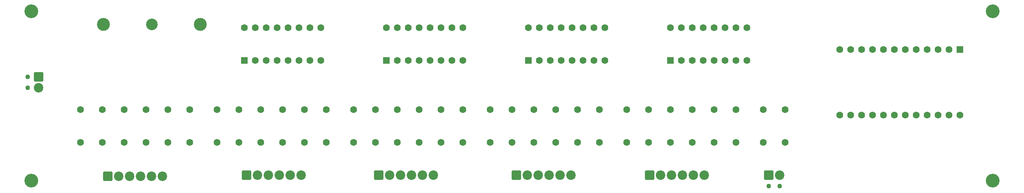
<source format=gbr>
%TF.GenerationSoftware,KiCad,Pcbnew,9.0.3*%
%TF.CreationDate,2025-08-30T15:47:38+02:00*%
%TF.ProjectId,Hauptwerk_Project,48617570-7477-4657-926b-5f50726f6a65,1.0.0*%
%TF.SameCoordinates,Original*%
%TF.FileFunction,Soldermask,Bot*%
%TF.FilePolarity,Negative*%
%FSLAX46Y46*%
G04 Gerber Fmt 4.6, Leading zero omitted, Abs format (unit mm)*
G04 Created by KiCad (PCBNEW 9.0.3) date 2025-08-30 15:47:38*
%MOMM*%
%LPD*%
G01*
G04 APERTURE LIST*
G04 Aperture macros list*
%AMRoundRect*
0 Rectangle with rounded corners*
0 $1 Rounding radius*
0 $2 $3 $4 $5 $6 $7 $8 $9 X,Y pos of 4 corners*
0 Add a 4 corners polygon primitive as box body*
4,1,4,$2,$3,$4,$5,$6,$7,$8,$9,$2,$3,0*
0 Add four circle primitives for the rounded corners*
1,1,$1+$1,$2,$3*
1,1,$1+$1,$4,$5*
1,1,$1+$1,$6,$7*
1,1,$1+$1,$8,$9*
0 Add four rect primitives between the rounded corners*
20,1,$1+$1,$2,$3,$4,$5,0*
20,1,$1+$1,$4,$5,$6,$7,0*
20,1,$1+$1,$6,$7,$8,$9,0*
20,1,$1+$1,$8,$9,$2,$3,0*%
G04 Aperture macros list end*
%ADD10RoundRect,0.249999X-0.850001X-0.850001X0.850001X-0.850001X0.850001X0.850001X-0.850001X0.850001X0*%
%ADD11C,2.200000*%
%ADD12C,1.600000*%
%ADD13C,1.100000*%
%ADD14C,3.200000*%
%ADD15RoundRect,0.250000X0.550000X-0.550000X0.550000X0.550000X-0.550000X0.550000X-0.550000X-0.550000X0*%
%ADD16RoundRect,0.249999X-0.850001X0.850001X-0.850001X-0.850001X0.850001X-0.850001X0.850001X0.850001X0*%
%ADD17R,1.600000X1.600000*%
%ADD18C,2.700000*%
%ADD19C,3.000000*%
G04 APERTURE END LIST*
D10*
%TO.C,J4*%
X116332000Y-99060000D03*
D11*
X118872000Y-99060000D03*
X121412000Y-99060000D03*
X123952000Y-99060000D03*
X126492000Y-99060000D03*
X129032000Y-99060000D03*
%TD*%
D12*
%TO.C,R26*%
X179070000Y-91440000D03*
X179070000Y-83820000D03*
%TD*%
%TO.C,R14*%
X115570000Y-91440000D03*
X115570000Y-83820000D03*
%TD*%
%TO.C,R29*%
X194310000Y-91440000D03*
X194310000Y-83820000D03*
%TD*%
D10*
%TO.C,J6*%
X179324000Y-99060000D03*
D11*
X181864000Y-99060000D03*
X184404000Y-99060000D03*
X186944000Y-99060000D03*
X189484000Y-99060000D03*
X192024000Y-99060000D03*
%TD*%
D12*
%TO.C,R30*%
X199390000Y-91440000D03*
X199390000Y-83820000D03*
%TD*%
D13*
%TO.C,J7*%
X207010000Y-101600000D03*
X209550000Y-101600000D03*
D10*
X207010000Y-99060000D03*
D11*
X209550000Y-99060000D03*
%TD*%
D12*
%TO.C,R12*%
X104140000Y-91440000D03*
X104140000Y-83820000D03*
%TD*%
%TO.C,R8*%
X83820000Y-91440000D03*
X83820000Y-83820000D03*
%TD*%
D14*
%TO.C,REF\u002A\u002A*%
X259080000Y-100330000D03*
%TD*%
D12*
%TO.C,R13*%
X110490000Y-91440000D03*
X110490000Y-83820000D03*
%TD*%
%TO.C,R10*%
X93980000Y-91440000D03*
X93980000Y-83820000D03*
%TD*%
%TO.C,R4*%
X62230000Y-91440000D03*
X62230000Y-83820000D03*
%TD*%
%TO.C,R18*%
X135890000Y-91440000D03*
X135890000Y-83820000D03*
%TD*%
%TO.C,R9*%
X88900000Y-91440000D03*
X88900000Y-83820000D03*
%TD*%
%TO.C,R27*%
X184150000Y-91440000D03*
X184150000Y-83820000D03*
%TD*%
%TO.C,R5*%
X67310000Y-91440000D03*
X67310000Y-83820000D03*
%TD*%
%TO.C,R3*%
X57150000Y-91440000D03*
X57150000Y-83820000D03*
%TD*%
%TO.C,R28*%
X189230000Y-91440000D03*
X189230000Y-83820000D03*
%TD*%
D15*
%TO.C,U4*%
X184150000Y-72390000D03*
D12*
X186690000Y-72390000D03*
X189230000Y-72390000D03*
X191770000Y-72390000D03*
X194310000Y-72390000D03*
X196850000Y-72390000D03*
X199390000Y-72390000D03*
X201930000Y-72390000D03*
X201930000Y-64770000D03*
X199390000Y-64770000D03*
X196850000Y-64770000D03*
X194310000Y-64770000D03*
X191770000Y-64770000D03*
X189230000Y-64770000D03*
X186690000Y-64770000D03*
X184150000Y-64770000D03*
%TD*%
D10*
%TO.C,J3*%
X85598000Y-99060000D03*
D11*
X88138000Y-99060000D03*
X90678000Y-99060000D03*
X93218000Y-99060000D03*
X95758000Y-99060000D03*
X98298000Y-99060000D03*
%TD*%
D14*
%TO.C,REF\u002A\u002A*%
X35560000Y-60960000D03*
%TD*%
D12*
%TO.C,R21*%
X152400000Y-91440000D03*
X152400000Y-83820000D03*
%TD*%
%TO.C,R24*%
X167640000Y-91440000D03*
X167640000Y-83820000D03*
%TD*%
%TO.C,R11*%
X99060000Y-91440000D03*
X99060000Y-83820000D03*
%TD*%
D14*
%TO.C,REF\u002A\u002A*%
X259080000Y-60960000D03*
%TD*%
D12*
%TO.C,R19*%
X142240000Y-91440000D03*
X142240000Y-83820000D03*
%TD*%
%TO.C,R17*%
X130810000Y-91440000D03*
X130810000Y-83820000D03*
%TD*%
%TO.C,R25*%
X173990000Y-91440000D03*
X173990000Y-83820000D03*
%TD*%
%TO.C,R16*%
X125730000Y-91440000D03*
X125730000Y-83820000D03*
%TD*%
%TO.C,R7*%
X78740000Y-91440000D03*
X78740000Y-83820000D03*
%TD*%
%TO.C,R32*%
X210820000Y-91440000D03*
X210820000Y-83820000D03*
%TD*%
%TO.C,R15*%
X120650000Y-91440000D03*
X120650000Y-83820000D03*
%TD*%
%TO.C,R2*%
X52070000Y-91440000D03*
X52070000Y-83820000D03*
%TD*%
D13*
%TO.C,J1*%
X34752500Y-76195000D03*
X34752500Y-78735000D03*
D16*
X37292500Y-76195000D03*
D11*
X37292500Y-78735000D03*
%TD*%
D17*
%TO.C,U5*%
X251460000Y-69850000D03*
D12*
X248920000Y-69850000D03*
X246380000Y-69850000D03*
X243840000Y-69850000D03*
X241300000Y-69850000D03*
X238760000Y-69850000D03*
X236220000Y-69850000D03*
X233680000Y-69850000D03*
X231140000Y-69850000D03*
X228600000Y-69850000D03*
X226060000Y-69850000D03*
X223520000Y-69850000D03*
X223520000Y-85090000D03*
X226060000Y-85090000D03*
X228600000Y-85090000D03*
X231140000Y-85090000D03*
X233680000Y-85090000D03*
X236220000Y-85090000D03*
X238760000Y-85090000D03*
X241300000Y-85090000D03*
X243840000Y-85090000D03*
X246380000Y-85090000D03*
X248920000Y-85090000D03*
X251460000Y-85090000D03*
%TD*%
%TO.C,R22*%
X157480000Y-91440000D03*
X157480000Y-83820000D03*
%TD*%
D10*
%TO.C,J2*%
X53340000Y-99314000D03*
D11*
X55880000Y-99314000D03*
X58420000Y-99314000D03*
X60960000Y-99314000D03*
X63500000Y-99314000D03*
X66040000Y-99314000D03*
%TD*%
D18*
%TO.C,F1*%
X63574000Y-64008000D03*
D19*
X52324000Y-64008000D03*
X74824000Y-64008000D03*
%TD*%
D10*
%TO.C,J5*%
X148336000Y-99060000D03*
D11*
X150876000Y-99060000D03*
X153416000Y-99060000D03*
X155956000Y-99060000D03*
X158496000Y-99060000D03*
X161036000Y-99060000D03*
%TD*%
D12*
%TO.C,R23*%
X162560000Y-91440000D03*
X162560000Y-83820000D03*
%TD*%
%TO.C,R20*%
X147320000Y-91440000D03*
X147320000Y-83820000D03*
%TD*%
D15*
%TO.C,U1*%
X85090000Y-72390000D03*
D12*
X87630000Y-72390000D03*
X90170000Y-72390000D03*
X92710000Y-72390000D03*
X95250000Y-72390000D03*
X97790000Y-72390000D03*
X100330000Y-72390000D03*
X102870000Y-72390000D03*
X102870000Y-64770000D03*
X100330000Y-64770000D03*
X97790000Y-64770000D03*
X95250000Y-64770000D03*
X92710000Y-64770000D03*
X90170000Y-64770000D03*
X87630000Y-64770000D03*
X85090000Y-64770000D03*
%TD*%
D15*
%TO.C,U3*%
X151130000Y-72390000D03*
D12*
X153670000Y-72390000D03*
X156210000Y-72390000D03*
X158750000Y-72390000D03*
X161290000Y-72390000D03*
X163830000Y-72390000D03*
X166370000Y-72390000D03*
X168910000Y-72390000D03*
X168910000Y-64770000D03*
X166370000Y-64770000D03*
X163830000Y-64770000D03*
X161290000Y-64770000D03*
X158750000Y-64770000D03*
X156210000Y-64770000D03*
X153670000Y-64770000D03*
X151130000Y-64770000D03*
%TD*%
D14*
%TO.C,REF\u002A\u002A*%
X35560000Y-100330000D03*
%TD*%
D12*
%TO.C,R6*%
X72390000Y-91440000D03*
X72390000Y-83820000D03*
%TD*%
%TO.C,R31*%
X205740000Y-91440000D03*
X205740000Y-83820000D03*
%TD*%
%TO.C,R1*%
X46990000Y-91440000D03*
X46990000Y-83820000D03*
%TD*%
D15*
%TO.C,U2*%
X118110000Y-72390000D03*
D12*
X120650000Y-72390000D03*
X123190000Y-72390000D03*
X125730000Y-72390000D03*
X128270000Y-72390000D03*
X130810000Y-72390000D03*
X133350000Y-72390000D03*
X135890000Y-72390000D03*
X135890000Y-64770000D03*
X133350000Y-64770000D03*
X130810000Y-64770000D03*
X128270000Y-64770000D03*
X125730000Y-64770000D03*
X123190000Y-64770000D03*
X120650000Y-64770000D03*
X118110000Y-64770000D03*
%TD*%
M02*

</source>
